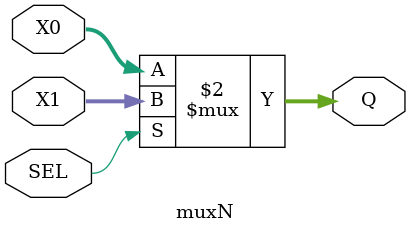
<source format=sv>
module muxN #(parameter N=8) (
   output logic [N-1:0] Q,
   input logic  [N-1:0] X0,
   input logic  [N-1:0] X1,
   input logic SEL);
  
 
   assign Q = (SEL == '0) ? X0 : X1;
 

endmodule

</source>
